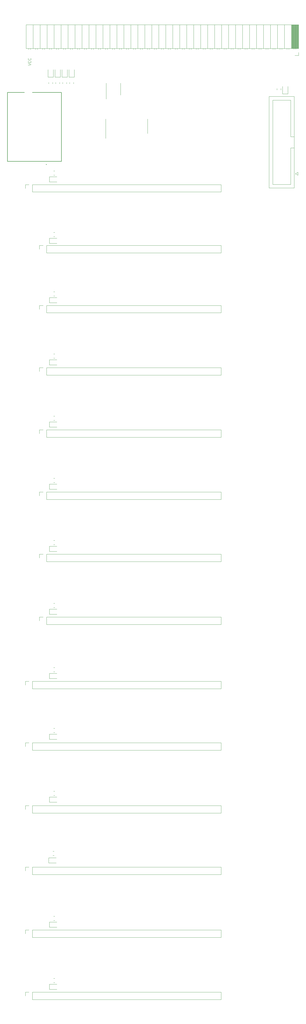
<source format=gbr>
%TF.GenerationSoftware,KiCad,Pcbnew,(6.0.0-0)*%
%TF.CreationDate,2022-06-01T15:30:02-04:00*%
%TF.ProjectId,cpu-input-output-control,6370752d-696e-4707-9574-2d6f75747075,rev?*%
%TF.SameCoordinates,Original*%
%TF.FileFunction,Legend,Top*%
%TF.FilePolarity,Positive*%
%FSLAX46Y46*%
G04 Gerber Fmt 4.6, Leading zero omitted, Abs format (unit mm)*
G04 Created by KiCad (PCBNEW (6.0.0-0)) date 2022-06-01 15:30:02*
%MOMM*%
%LPD*%
G01*
G04 APERTURE LIST*
%ADD10C,0.100000*%
%ADD11C,0.120000*%
%ADD12C,0.200000*%
G04 APERTURE END LIST*
D10*
X50760380Y-95282904D02*
X51760380Y-94949571D01*
X50760380Y-94616238D01*
X51665142Y-93711476D02*
X51712761Y-93759095D01*
X51760380Y-93901952D01*
X51760380Y-93997190D01*
X51712761Y-94140047D01*
X51617523Y-94235285D01*
X51522285Y-94282904D01*
X51331809Y-94330523D01*
X51188952Y-94330523D01*
X50998476Y-94282904D01*
X50903238Y-94235285D01*
X50808000Y-94140047D01*
X50760380Y-93997190D01*
X50760380Y-93901952D01*
X50808000Y-93759095D01*
X50855619Y-93711476D01*
X51665142Y-92711476D02*
X51712761Y-92759095D01*
X51760380Y-92901952D01*
X51760380Y-92997190D01*
X51712761Y-93140047D01*
X51617523Y-93235285D01*
X51522285Y-93282904D01*
X51331809Y-93330523D01*
X51188952Y-93330523D01*
X50998476Y-93282904D01*
X50903238Y-93235285D01*
X50808000Y-93140047D01*
X50760380Y-92997190D01*
X50760380Y-92901952D01*
X50808000Y-92759095D01*
X50855619Y-92711476D01*
D11*
%TO.C,R19*%
X141251000Y-104113064D02*
X141251000Y-103658936D01*
X142721000Y-104113064D02*
X142721000Y-103658936D01*
%TO.C,R18*%
X60425064Y-157453000D02*
X59970936Y-157453000D01*
X60425064Y-155983000D02*
X59970936Y-155983000D01*
%TO.C,R17*%
X60425064Y-179043000D02*
X59970936Y-179043000D01*
X60425064Y-177573000D02*
X59970936Y-177573000D01*
%TO.C,R16*%
X60440064Y-201649000D02*
X59985936Y-201649000D01*
X60440064Y-200179000D02*
X59985936Y-200179000D01*
%TO.C,R15*%
X60425064Y-224255000D02*
X59970936Y-224255000D01*
X60425064Y-222785000D02*
X59970936Y-222785000D01*
%TO.C,R14*%
X60425064Y-246861000D02*
X59970936Y-246861000D01*
X60425064Y-245391000D02*
X59970936Y-245391000D01*
%TO.C,R13*%
X60425064Y-269467000D02*
X59970936Y-269467000D01*
X60425064Y-267997000D02*
X59970936Y-267997000D01*
%TO.C,R12*%
X60425064Y-292327000D02*
X59970936Y-292327000D01*
X60425064Y-290857000D02*
X59970936Y-290857000D01*
%TO.C,R11*%
X60425064Y-315695000D02*
X59970936Y-315695000D01*
X60425064Y-314225000D02*
X59970936Y-314225000D01*
%TO.C,R10*%
X60425064Y-135101000D02*
X59970936Y-135101000D01*
X60425064Y-133631000D02*
X59970936Y-133631000D01*
%TO.C,R9*%
X60425064Y-337793000D02*
X59970936Y-337793000D01*
X60425064Y-336323000D02*
X59970936Y-336323000D01*
%TO.C,R8*%
X60425064Y-360653000D02*
X59970936Y-360653000D01*
X60425064Y-359183000D02*
X59970936Y-359183000D01*
%TO.C,R7*%
X60171064Y-381027000D02*
X59716936Y-381027000D01*
X60171064Y-382497000D02*
X59716936Y-382497000D01*
%TO.C,R6*%
X60425064Y-406119000D02*
X59970936Y-406119000D01*
X60425064Y-404649000D02*
X59970936Y-404649000D01*
%TO.C,R5*%
X60425064Y-428725000D02*
X59970936Y-428725000D01*
X60425064Y-427255000D02*
X59970936Y-427255000D01*
%TO.C,D19*%
X145232000Y-105571000D02*
X145232000Y-102886000D01*
X143312000Y-105571000D02*
X145232000Y-105571000D01*
X143312000Y-102886000D02*
X143312000Y-105571000D01*
%TO.C,J3*%
X149038000Y-80416000D02*
X149038000Y-89046000D01*
X148919905Y-80416000D02*
X148919905Y-89046000D01*
X148801810Y-80416000D02*
X148801810Y-89046000D01*
X148683715Y-80416000D02*
X148683715Y-89046000D01*
X148565620Y-80416000D02*
X148565620Y-89046000D01*
X148447525Y-80416000D02*
X148447525Y-89046000D01*
X148329430Y-80416000D02*
X148329430Y-89046000D01*
X148211335Y-80416000D02*
X148211335Y-89046000D01*
X148093240Y-80416000D02*
X148093240Y-89046000D01*
X147975145Y-80416000D02*
X147975145Y-89046000D01*
X147857050Y-80416000D02*
X147857050Y-89046000D01*
X147738955Y-80416000D02*
X147738955Y-89046000D01*
X147620860Y-80416000D02*
X147620860Y-89046000D01*
X147502765Y-80416000D02*
X147502765Y-89046000D01*
X147384670Y-80416000D02*
X147384670Y-89046000D01*
X147266575Y-80416000D02*
X147266575Y-89046000D01*
X147148480Y-80416000D02*
X147148480Y-89046000D01*
X147030385Y-80416000D02*
X147030385Y-89046000D01*
X146912290Y-80416000D02*
X146912290Y-89046000D01*
X146794195Y-80416000D02*
X146794195Y-89046000D01*
X146676100Y-80416000D02*
X146676100Y-89046000D01*
X148188000Y-89046000D02*
X148188000Y-89396000D01*
X147468000Y-89046000D02*
X147468000Y-89396000D01*
X145648000Y-89046000D02*
X145648000Y-89456000D01*
X144928000Y-89046000D02*
X144928000Y-89456000D01*
X143108000Y-89046000D02*
X143108000Y-89456000D01*
X142388000Y-89046000D02*
X142388000Y-89456000D01*
X140568000Y-89046000D02*
X140568000Y-89456000D01*
X139848000Y-89046000D02*
X139848000Y-89456000D01*
X138028000Y-89046000D02*
X138028000Y-89456000D01*
X137308000Y-89046000D02*
X137308000Y-89456000D01*
X135488000Y-89046000D02*
X135488000Y-89456000D01*
X134768000Y-89046000D02*
X134768000Y-89456000D01*
X132948000Y-89046000D02*
X132948000Y-89456000D01*
X132228000Y-89046000D02*
X132228000Y-89456000D01*
X130408000Y-89046000D02*
X130408000Y-89456000D01*
X129688000Y-89046000D02*
X129688000Y-89456000D01*
X127868000Y-89046000D02*
X127868000Y-89456000D01*
X127148000Y-89046000D02*
X127148000Y-89456000D01*
X125328000Y-89046000D02*
X125328000Y-89456000D01*
X124608000Y-89046000D02*
X124608000Y-89456000D01*
X122788000Y-89046000D02*
X122788000Y-89456000D01*
X122068000Y-89046000D02*
X122068000Y-89456000D01*
X120248000Y-89046000D02*
X120248000Y-89456000D01*
X119528000Y-89046000D02*
X119528000Y-89456000D01*
X117708000Y-89046000D02*
X117708000Y-89456000D01*
X116988000Y-89046000D02*
X116988000Y-89456000D01*
X115168000Y-89046000D02*
X115168000Y-89456000D01*
X114448000Y-89046000D02*
X114448000Y-89456000D01*
X112628000Y-89046000D02*
X112628000Y-89456000D01*
X111908000Y-89046000D02*
X111908000Y-89456000D01*
X110088000Y-89046000D02*
X110088000Y-89456000D01*
X109368000Y-89046000D02*
X109368000Y-89456000D01*
X107548000Y-89046000D02*
X107548000Y-89456000D01*
X106828000Y-89046000D02*
X106828000Y-89456000D01*
X105008000Y-89046000D02*
X105008000Y-89456000D01*
X104288000Y-89046000D02*
X104288000Y-89456000D01*
X102468000Y-89046000D02*
X102468000Y-89456000D01*
X101748000Y-89046000D02*
X101748000Y-89456000D01*
X99928000Y-89046000D02*
X99928000Y-89456000D01*
X99208000Y-89046000D02*
X99208000Y-89456000D01*
X97388000Y-89046000D02*
X97388000Y-89456000D01*
X96668000Y-89046000D02*
X96668000Y-89456000D01*
X94848000Y-89046000D02*
X94848000Y-89456000D01*
X94128000Y-89046000D02*
X94128000Y-89456000D01*
X92308000Y-89046000D02*
X92308000Y-89456000D01*
X91588000Y-89046000D02*
X91588000Y-89456000D01*
X89768000Y-89046000D02*
X89768000Y-89456000D01*
X89048000Y-89046000D02*
X89048000Y-89456000D01*
X87228000Y-89046000D02*
X87228000Y-89456000D01*
X86508000Y-89046000D02*
X86508000Y-89456000D01*
X84688000Y-89046000D02*
X84688000Y-89456000D01*
X83968000Y-89046000D02*
X83968000Y-89456000D01*
X82148000Y-89046000D02*
X82148000Y-89456000D01*
X81428000Y-89046000D02*
X81428000Y-89456000D01*
X79608000Y-89046000D02*
X79608000Y-89456000D01*
X78888000Y-89046000D02*
X78888000Y-89456000D01*
X77068000Y-89046000D02*
X77068000Y-89456000D01*
X76348000Y-89046000D02*
X76348000Y-89456000D01*
X74528000Y-89046000D02*
X74528000Y-89456000D01*
X73808000Y-89046000D02*
X73808000Y-89456000D01*
X71988000Y-89046000D02*
X71988000Y-89456000D01*
X71268000Y-89046000D02*
X71268000Y-89456000D01*
X69448000Y-89046000D02*
X69448000Y-89456000D01*
X68728000Y-89046000D02*
X68728000Y-89456000D01*
X66908000Y-89046000D02*
X66908000Y-89456000D01*
X66188000Y-89046000D02*
X66188000Y-89456000D01*
X64368000Y-89046000D02*
X64368000Y-89456000D01*
X63648000Y-89046000D02*
X63648000Y-89456000D01*
X61828000Y-89046000D02*
X61828000Y-89456000D01*
X61108000Y-89046000D02*
X61108000Y-89456000D01*
X59288000Y-89046000D02*
X59288000Y-89456000D01*
X58568000Y-89046000D02*
X58568000Y-89456000D01*
X56748000Y-89046000D02*
X56748000Y-89456000D01*
X56028000Y-89046000D02*
X56028000Y-89456000D01*
X54208000Y-89046000D02*
X54208000Y-89456000D01*
X53488000Y-89046000D02*
X53488000Y-89456000D01*
X51668000Y-89046000D02*
X51668000Y-89456000D01*
X50948000Y-89046000D02*
X50948000Y-89456000D01*
X146558000Y-80416000D02*
X146558000Y-89046000D01*
X144018000Y-80416000D02*
X144018000Y-89046000D01*
X141478000Y-80416000D02*
X141478000Y-89046000D01*
X138938000Y-80416000D02*
X138938000Y-89046000D01*
X136398000Y-80416000D02*
X136398000Y-89046000D01*
X133858000Y-80416000D02*
X133858000Y-89046000D01*
X131318000Y-80416000D02*
X131318000Y-89046000D01*
X128778000Y-80416000D02*
X128778000Y-89046000D01*
X126238000Y-80416000D02*
X126238000Y-89046000D01*
X123698000Y-80416000D02*
X123698000Y-89046000D01*
X121158000Y-80416000D02*
X121158000Y-89046000D01*
X118618000Y-80416000D02*
X118618000Y-89046000D01*
X116078000Y-80416000D02*
X116078000Y-89046000D01*
X113538000Y-80416000D02*
X113538000Y-89046000D01*
X110998000Y-80416000D02*
X110998000Y-89046000D01*
X108458000Y-80416000D02*
X108458000Y-89046000D01*
X105918000Y-80416000D02*
X105918000Y-89046000D01*
X103378000Y-80416000D02*
X103378000Y-89046000D01*
X100838000Y-80416000D02*
X100838000Y-89046000D01*
X98298000Y-80416000D02*
X98298000Y-89046000D01*
X95758000Y-80416000D02*
X95758000Y-89046000D01*
X93218000Y-80416000D02*
X93218000Y-89046000D01*
X90678000Y-80416000D02*
X90678000Y-89046000D01*
X88138000Y-80416000D02*
X88138000Y-89046000D01*
X85598000Y-80416000D02*
X85598000Y-89046000D01*
X83058000Y-80416000D02*
X83058000Y-89046000D01*
X80518000Y-80416000D02*
X80518000Y-89046000D01*
X77978000Y-80416000D02*
X77978000Y-89046000D01*
X75438000Y-80416000D02*
X75438000Y-89046000D01*
X72898000Y-80416000D02*
X72898000Y-89046000D01*
X70358000Y-80416000D02*
X70358000Y-89046000D01*
X67818000Y-80416000D02*
X67818000Y-89046000D01*
X65278000Y-80416000D02*
X65278000Y-89046000D01*
X62738000Y-80416000D02*
X62738000Y-89046000D01*
X60198000Y-80416000D02*
X60198000Y-89046000D01*
X57658000Y-80416000D02*
X57658000Y-89046000D01*
X55118000Y-80416000D02*
X55118000Y-89046000D01*
X52578000Y-80416000D02*
X52578000Y-89046000D01*
X149158000Y-80416000D02*
X149158000Y-89046000D01*
X149158000Y-89046000D02*
X49978000Y-89046000D01*
X49978000Y-80416000D02*
X49978000Y-89046000D01*
X149158000Y-80416000D02*
X49978000Y-80416000D01*
X149158000Y-91616000D02*
X147828000Y-91616000D01*
X149158000Y-90506000D02*
X149158000Y-91616000D01*
%TO.C,J18*%
X52324000Y-434908000D02*
X52324000Y-432248000D01*
X52324000Y-434908000D02*
X120964000Y-434908000D01*
X120964000Y-434908000D02*
X120964000Y-432248000D01*
X52324000Y-432248000D02*
X120964000Y-432248000D01*
X49724000Y-432248000D02*
X51054000Y-432248000D01*
X49724000Y-433578000D02*
X49724000Y-432248000D01*
%TO.C,J16*%
X52324000Y-412302000D02*
X52324000Y-409642000D01*
X52324000Y-412302000D02*
X120964000Y-412302000D01*
X120964000Y-412302000D02*
X120964000Y-409642000D01*
X52324000Y-409642000D02*
X120964000Y-409642000D01*
X49724000Y-409642000D02*
X51054000Y-409642000D01*
X49724000Y-410972000D02*
X49724000Y-409642000D01*
%TO.C,J14*%
X52324000Y-389442000D02*
X52324000Y-386782000D01*
X52324000Y-389442000D02*
X120964000Y-389442000D01*
X120964000Y-389442000D02*
X120964000Y-386782000D01*
X52324000Y-386782000D02*
X120964000Y-386782000D01*
X49724000Y-386782000D02*
X51054000Y-386782000D01*
X49724000Y-388112000D02*
X49724000Y-386782000D01*
%TO.C,J11*%
X52324000Y-367090000D02*
X52324000Y-364430000D01*
X52324000Y-367090000D02*
X120964000Y-367090000D01*
X120964000Y-367090000D02*
X120964000Y-364430000D01*
X52324000Y-364430000D02*
X120964000Y-364430000D01*
X49724000Y-364430000D02*
X51054000Y-364430000D01*
X49724000Y-365760000D02*
X49724000Y-364430000D01*
%TO.C,J8*%
X52324000Y-344230000D02*
X52324000Y-341570000D01*
X52324000Y-344230000D02*
X120964000Y-344230000D01*
X120964000Y-344230000D02*
X120964000Y-341570000D01*
X52324000Y-341570000D02*
X120964000Y-341570000D01*
X49724000Y-341570000D02*
X51054000Y-341570000D01*
X49724000Y-342900000D02*
X49724000Y-341570000D01*
%TO.C,J6*%
X52339000Y-141259000D02*
X52339000Y-138599000D01*
X52339000Y-141259000D02*
X120979000Y-141259000D01*
X120979000Y-141259000D02*
X120979000Y-138599000D01*
X52339000Y-138599000D02*
X120979000Y-138599000D01*
X49739000Y-138599000D02*
X51069000Y-138599000D01*
X49739000Y-139929000D02*
X49739000Y-138599000D01*
%TO.C,J2*%
X52324000Y-321878000D02*
X52324000Y-319218000D01*
X52324000Y-321878000D02*
X120964000Y-321878000D01*
X120964000Y-321878000D02*
X120964000Y-319218000D01*
X52324000Y-319218000D02*
X120964000Y-319218000D01*
X49724000Y-319218000D02*
X51054000Y-319218000D01*
X49724000Y-320548000D02*
X49724000Y-319218000D01*
%TO.C,J17*%
X57429000Y-298510000D02*
X57429000Y-295850000D01*
X57429000Y-298510000D02*
X120989000Y-298510000D01*
X120989000Y-298510000D02*
X120989000Y-295850000D01*
X57429000Y-295850000D02*
X120989000Y-295850000D01*
X54829000Y-295850000D02*
X56159000Y-295850000D01*
X54829000Y-297180000D02*
X54829000Y-295850000D01*
%TO.C,J15*%
X54829000Y-274320000D02*
X54829000Y-272990000D01*
X54829000Y-272990000D02*
X56159000Y-272990000D01*
X57429000Y-272990000D02*
X120989000Y-272990000D01*
X120989000Y-275650000D02*
X120989000Y-272990000D01*
X57429000Y-275650000D02*
X120989000Y-275650000D01*
X57429000Y-275650000D02*
X57429000Y-272990000D01*
%TO.C,J13*%
X57429000Y-253044000D02*
X57429000Y-250384000D01*
X57429000Y-253044000D02*
X120989000Y-253044000D01*
X120989000Y-253044000D02*
X120989000Y-250384000D01*
X57429000Y-250384000D02*
X120989000Y-250384000D01*
X54829000Y-250384000D02*
X56159000Y-250384000D01*
X54829000Y-251714000D02*
X54829000Y-250384000D01*
%TO.C,J10*%
X57429000Y-230438000D02*
X57429000Y-227778000D01*
X57429000Y-230438000D02*
X120989000Y-230438000D01*
X120989000Y-230438000D02*
X120989000Y-227778000D01*
X57429000Y-227778000D02*
X120989000Y-227778000D01*
X54829000Y-227778000D02*
X56159000Y-227778000D01*
X54829000Y-229108000D02*
X54829000Y-227778000D01*
%TO.C,J7*%
X57429000Y-207832000D02*
X57429000Y-205172000D01*
X57429000Y-207832000D02*
X120989000Y-207832000D01*
X120989000Y-207832000D02*
X120989000Y-205172000D01*
X57429000Y-205172000D02*
X120989000Y-205172000D01*
X54829000Y-205172000D02*
X56159000Y-205172000D01*
X54829000Y-206502000D02*
X54829000Y-205172000D01*
%TO.C,J5*%
X57429000Y-185201000D02*
X57429000Y-182541000D01*
X57429000Y-185201000D02*
X120989000Y-185201000D01*
X120989000Y-185201000D02*
X120989000Y-182541000D01*
X57429000Y-182541000D02*
X120989000Y-182541000D01*
X54829000Y-182541000D02*
X56159000Y-182541000D01*
X54829000Y-183871000D02*
X54829000Y-182541000D01*
%TO.C,J1*%
X57429000Y-163382000D02*
X57429000Y-160722000D01*
X57429000Y-163382000D02*
X120989000Y-163382000D01*
X120989000Y-163382000D02*
X120989000Y-160722000D01*
X57429000Y-160722000D02*
X120989000Y-160722000D01*
X54829000Y-160722000D02*
X56159000Y-160722000D01*
X54829000Y-162052000D02*
X54829000Y-160722000D01*
%TO.C,D18*%
X61183000Y-158044000D02*
X58498000Y-158044000D01*
X58498000Y-158044000D02*
X58498000Y-159964000D01*
X58498000Y-159964000D02*
X61183000Y-159964000D01*
%TO.C,D17*%
X61183000Y-179634000D02*
X58498000Y-179634000D01*
X58498000Y-179634000D02*
X58498000Y-181554000D01*
X58498000Y-181554000D02*
X61183000Y-181554000D01*
%TO.C,D16*%
X61198000Y-202240000D02*
X58513000Y-202240000D01*
X58513000Y-202240000D02*
X58513000Y-204160000D01*
X58513000Y-204160000D02*
X61198000Y-204160000D01*
%TO.C,D15*%
X61183000Y-224846000D02*
X58498000Y-224846000D01*
X58498000Y-224846000D02*
X58498000Y-226766000D01*
X58498000Y-226766000D02*
X61183000Y-226766000D01*
%TO.C,D14*%
X61183000Y-247452000D02*
X58498000Y-247452000D01*
X58498000Y-247452000D02*
X58498000Y-249372000D01*
X58498000Y-249372000D02*
X61183000Y-249372000D01*
%TO.C,D13*%
X61183000Y-270058000D02*
X58498000Y-270058000D01*
X58498000Y-270058000D02*
X58498000Y-271978000D01*
X58498000Y-271978000D02*
X61183000Y-271978000D01*
%TO.C,D12*%
X61183000Y-292918000D02*
X58498000Y-292918000D01*
X58498000Y-292918000D02*
X58498000Y-294838000D01*
X58498000Y-294838000D02*
X61183000Y-294838000D01*
%TO.C,D11*%
X61183000Y-316286000D02*
X58498000Y-316286000D01*
X58498000Y-316286000D02*
X58498000Y-318206000D01*
X58498000Y-318206000D02*
X61183000Y-318206000D01*
%TO.C,D10*%
X61183000Y-135692000D02*
X58498000Y-135692000D01*
X58498000Y-135692000D02*
X58498000Y-137612000D01*
X58498000Y-137612000D02*
X61183000Y-137612000D01*
%TO.C,D9*%
X61183000Y-338384000D02*
X58498000Y-338384000D01*
X58498000Y-338384000D02*
X58498000Y-340304000D01*
X58498000Y-340304000D02*
X61183000Y-340304000D01*
%TO.C,D8*%
X61183000Y-361244000D02*
X58498000Y-361244000D01*
X58498000Y-361244000D02*
X58498000Y-363164000D01*
X58498000Y-363164000D02*
X61183000Y-363164000D01*
%TO.C,D7*%
X60929000Y-383342000D02*
X58244000Y-383342000D01*
X58244000Y-383342000D02*
X58244000Y-385262000D01*
X58244000Y-385262000D02*
X60929000Y-385262000D01*
%TO.C,D6*%
X61183000Y-406710000D02*
X58498000Y-406710000D01*
X58498000Y-406710000D02*
X58498000Y-408630000D01*
X58498000Y-408630000D02*
X61183000Y-408630000D01*
%TO.C,D5*%
X61183000Y-429316000D02*
X58498000Y-429316000D01*
X58498000Y-429316000D02*
X58498000Y-431236000D01*
X58498000Y-431236000D02*
X61183000Y-431236000D01*
%TO.C,R4*%
X67283000Y-101451436D02*
X67283000Y-101905564D01*
X65813000Y-101451436D02*
X65813000Y-101905564D01*
%TO.C,R3*%
X64743000Y-101451436D02*
X64743000Y-101905564D01*
X63273000Y-101451436D02*
X63273000Y-101905564D01*
%TO.C,R2*%
X62203000Y-101451436D02*
X62203000Y-101905564D01*
X60733000Y-101451436D02*
X60733000Y-101905564D01*
%TO.C,R1*%
X58193000Y-101451436D02*
X58193000Y-101905564D01*
X59663000Y-101451436D02*
X59663000Y-101905564D01*
%TO.C,D4*%
X65588000Y-96790000D02*
X65588000Y-99475000D01*
X65588000Y-99475000D02*
X67508000Y-99475000D01*
X67508000Y-99475000D02*
X67508000Y-96790000D01*
%TO.C,D3*%
X63048000Y-96790000D02*
X63048000Y-99475000D01*
X63048000Y-99475000D02*
X64968000Y-99475000D01*
X64968000Y-99475000D02*
X64968000Y-96790000D01*
%TO.C,D2*%
X60508000Y-96790000D02*
X60508000Y-99475000D01*
X60508000Y-99475000D02*
X62428000Y-99475000D01*
X62428000Y-99475000D02*
X62428000Y-96790000D01*
%TO.C,D1*%
X59888000Y-99475000D02*
X59888000Y-96790000D01*
X57968000Y-99475000D02*
X59888000Y-99475000D01*
X57968000Y-96790000D02*
X57968000Y-99475000D01*
D12*
%TO.C,J9*%
X57486000Y-131302000D02*
G75*
G03*
X57486000Y-131302000I-100000J0D01*
G01*
X52336000Y-105102000D02*
X62886000Y-105102000D01*
X43286000Y-105102000D02*
X49436000Y-105102000D01*
X43286000Y-130102000D02*
X43286000Y-105102000D01*
X62886000Y-130102000D02*
X43286000Y-130102000D01*
X62886000Y-105102000D02*
X62886000Y-130102000D01*
D11*
%TO.C,J12*%
X147552500Y-139830000D02*
X138432500Y-139830000D01*
X138432500Y-139830000D02*
X138432500Y-106550000D01*
X138432500Y-106550000D02*
X147552500Y-106550000D01*
X147552500Y-106550000D02*
X147552500Y-139830000D01*
X147552500Y-125240000D02*
X146242500Y-125240000D01*
X146242500Y-125240000D02*
X146242500Y-138530000D01*
X146242500Y-138530000D02*
X139742500Y-138530000D01*
X139742500Y-138530000D02*
X139742500Y-107850000D01*
X139742500Y-107850000D02*
X146242500Y-107850000D01*
X146242500Y-107850000D02*
X146242500Y-121140000D01*
X146242500Y-121140000D02*
X146242500Y-121140000D01*
X146242500Y-121140000D02*
X147552500Y-121140000D01*
X147942500Y-134620000D02*
X148942500Y-135120000D01*
X148942500Y-135120000D02*
X148942500Y-134120000D01*
X148942500Y-134120000D02*
X147942500Y-134620000D01*
%TO.C,U1*%
X84368000Y-103856000D02*
X84368000Y-106056000D01*
X84368000Y-103856000D02*
X84368000Y-101656000D01*
X79148000Y-103856000D02*
X79148000Y-101656000D01*
X79148000Y-103856000D02*
X79148000Y-107456000D01*
%TO.C,U2*%
X94224000Y-117348000D02*
X94224000Y-114698000D01*
X79004000Y-117348000D02*
X79004000Y-121798000D01*
X94224000Y-117348000D02*
X94224000Y-119998000D01*
X79004000Y-117348000D02*
X79004000Y-114698000D01*
%TD*%
M02*

</source>
